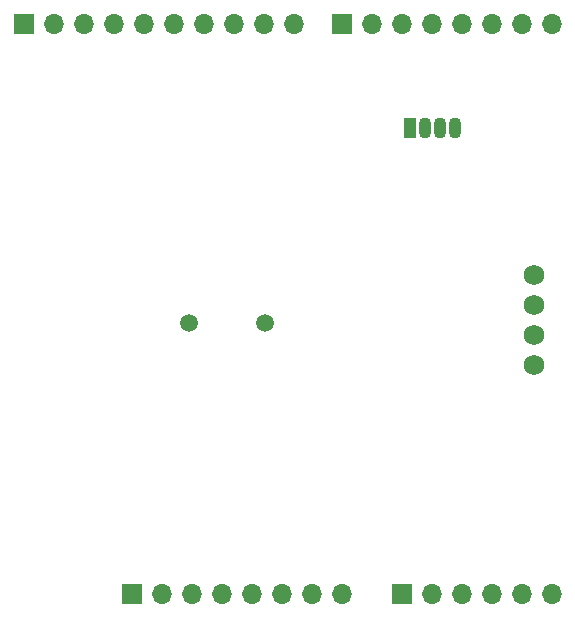
<source format=gbr>
%TF.GenerationSoftware,KiCad,Pcbnew,9.0.0*%
%TF.CreationDate,2025-02-27T00:07:18-07:00*%
%TF.ProjectId,bubble_detector_v2.1,62756262-6c65-45f6-9465-746563746f72,rev?*%
%TF.SameCoordinates,Original*%
%TF.FileFunction,Soldermask,Top*%
%TF.FilePolarity,Negative*%
%FSLAX46Y46*%
G04 Gerber Fmt 4.6, Leading zero omitted, Abs format (unit mm)*
G04 Created by KiCad (PCBNEW 9.0.0) date 2025-02-27 00:07:18*
%MOMM*%
%LPD*%
G01*
G04 APERTURE LIST*
%ADD10O,1.070000X1.800000*%
%ADD11R,1.070000X1.800000*%
%ADD12C,1.512000*%
%ADD13R,1.700000X1.700000*%
%ADD14O,1.700000X1.700000*%
%ADD15C,1.734000*%
G04 APERTURE END LIST*
D10*
%TO.C,D1*%
X140190000Y-58310000D03*
X138920000Y-58310000D03*
X137650000Y-58310000D03*
D11*
X136380000Y-58310000D03*
%TD*%
D12*
%TO.C,LS1*%
X117670000Y-74810000D03*
X124170000Y-74810000D03*
%TD*%
D13*
%TO.C,J1*%
X112860000Y-97770000D03*
D14*
X115400000Y-97770000D03*
X117940000Y-97770000D03*
X120480000Y-97770000D03*
X123020000Y-97770000D03*
X125560000Y-97770000D03*
X128100000Y-97770000D03*
X130640000Y-97770000D03*
%TD*%
D13*
%TO.C,J3*%
X135720000Y-97770000D03*
D14*
X138260000Y-97770000D03*
X140800000Y-97770000D03*
X143340000Y-97770000D03*
X145880000Y-97770000D03*
X148420000Y-97770000D03*
%TD*%
D13*
%TO.C,J2*%
X103716000Y-49510000D03*
D14*
X106256000Y-49510000D03*
X108796000Y-49510000D03*
X111336000Y-49510000D03*
X113876000Y-49510000D03*
X116416000Y-49510000D03*
X118956000Y-49510000D03*
X121496000Y-49510000D03*
X124036000Y-49510000D03*
X126576000Y-49510000D03*
%TD*%
D13*
%TO.C,J4*%
X130640000Y-49510000D03*
D14*
X133180000Y-49510000D03*
X135720000Y-49510000D03*
X138260000Y-49510000D03*
X140800000Y-49510000D03*
X143340000Y-49510000D03*
X145880000Y-49510000D03*
X148420000Y-49510000D03*
%TD*%
D15*
%TO.C,U1*%
X146920000Y-78390000D03*
X146920000Y-75850000D03*
X146920000Y-73310000D03*
X146920000Y-70770000D03*
%TD*%
M02*

</source>
